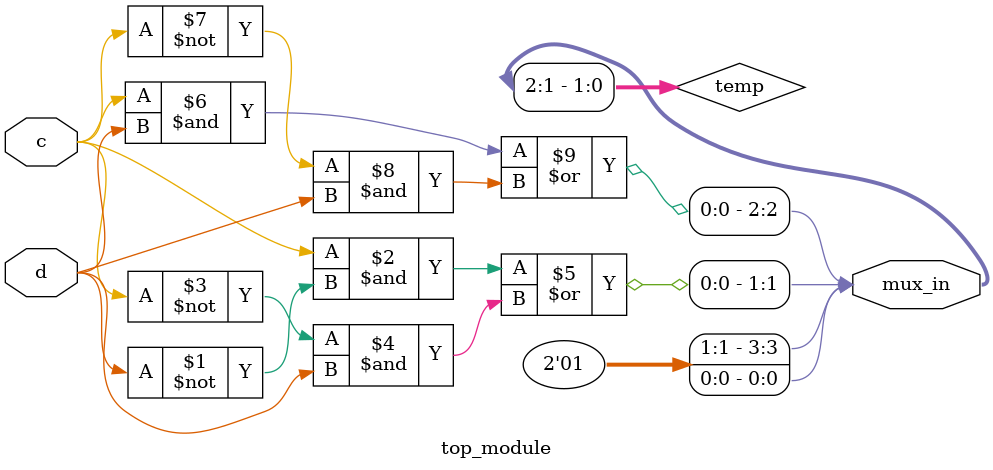
<source format=sv>
module top_module (
    input c,
    input d,
    output [3:0] mux_in
);

wire [1:0] temp;

// Implement the Karnaugh map using 2-to-1 multiplexers
assign temp[0] = (c & ~d) | (~c & d);
assign temp[1] = (c & d) | (~c & d);

// Connect the 2-to-1 mux outputs to the 4-to-1 mux inputs
assign mux_in[0] = 1'b1;
assign mux_in[1] = temp[0];
assign mux_in[2] = temp[1];
assign mux_in[3] = 1'b0;

endmodule

</source>
